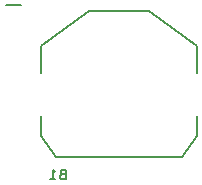
<source format=gbr>
G04 EAGLE Gerber RS-274X export*
G75*
%MOMM*%
%FSLAX34Y34*%
%LPD*%
%INSilkscreen Bottom*%
%IPPOS*%
%AMOC8*
5,1,8,0,0,1.08239X$1,22.5*%
G01*
%ADD10C,0.203200*%


D10*
X199390Y152400D02*
X186690Y134620D01*
X80010Y134620D01*
X67310Y152400D01*
X67310Y228600D02*
X107950Y257810D01*
X158750Y257810D01*
X199390Y228600D01*
X67310Y168910D02*
X67310Y152400D01*
X199390Y152400D02*
X199390Y168910D01*
X67310Y205740D02*
X67310Y228600D01*
X199390Y228600D02*
X199390Y205740D01*
X88484Y119872D02*
X86226Y119872D01*
X86133Y119870D01*
X86040Y119864D01*
X85947Y119855D01*
X85854Y119841D01*
X85763Y119824D01*
X85672Y119803D01*
X85582Y119778D01*
X85493Y119750D01*
X85405Y119718D01*
X85319Y119682D01*
X85234Y119643D01*
X85151Y119600D01*
X85070Y119554D01*
X84991Y119504D01*
X84914Y119452D01*
X84839Y119396D01*
X84767Y119337D01*
X84697Y119275D01*
X84629Y119211D01*
X84565Y119143D01*
X84503Y119073D01*
X84444Y119001D01*
X84388Y118926D01*
X84336Y118849D01*
X84286Y118770D01*
X84240Y118689D01*
X84197Y118606D01*
X84158Y118521D01*
X84122Y118435D01*
X84090Y118347D01*
X84062Y118258D01*
X84037Y118168D01*
X84016Y118077D01*
X83999Y117986D01*
X83985Y117893D01*
X83976Y117800D01*
X83970Y117707D01*
X83968Y117614D01*
X83970Y117521D01*
X83976Y117428D01*
X83985Y117335D01*
X83999Y117242D01*
X84016Y117151D01*
X84037Y117060D01*
X84062Y116970D01*
X84090Y116881D01*
X84122Y116793D01*
X84158Y116707D01*
X84197Y116622D01*
X84240Y116539D01*
X84286Y116458D01*
X84336Y116379D01*
X84388Y116302D01*
X84444Y116227D01*
X84503Y116155D01*
X84565Y116085D01*
X84629Y116017D01*
X84697Y115953D01*
X84767Y115891D01*
X84839Y115832D01*
X84914Y115776D01*
X84991Y115724D01*
X85070Y115674D01*
X85151Y115628D01*
X85234Y115585D01*
X85319Y115546D01*
X85405Y115510D01*
X85493Y115478D01*
X85582Y115450D01*
X85672Y115425D01*
X85763Y115404D01*
X85854Y115387D01*
X85947Y115373D01*
X86040Y115364D01*
X86133Y115358D01*
X86226Y115356D01*
X88484Y115356D01*
X88484Y123484D01*
X86226Y123484D01*
X86143Y123482D01*
X86059Y123476D01*
X85976Y123467D01*
X85894Y123453D01*
X85813Y123436D01*
X85732Y123415D01*
X85652Y123390D01*
X85574Y123362D01*
X85497Y123330D01*
X85421Y123295D01*
X85347Y123256D01*
X85275Y123213D01*
X85205Y123168D01*
X85138Y123119D01*
X85072Y123067D01*
X85009Y123013D01*
X84949Y122955D01*
X84891Y122895D01*
X84837Y122832D01*
X84785Y122766D01*
X84736Y122699D01*
X84691Y122629D01*
X84648Y122557D01*
X84609Y122483D01*
X84574Y122407D01*
X84542Y122330D01*
X84514Y122252D01*
X84489Y122172D01*
X84468Y122091D01*
X84451Y122010D01*
X84437Y121928D01*
X84428Y121845D01*
X84422Y121761D01*
X84420Y121678D01*
X84422Y121595D01*
X84428Y121511D01*
X84437Y121428D01*
X84451Y121346D01*
X84468Y121265D01*
X84489Y121184D01*
X84514Y121104D01*
X84542Y121026D01*
X84574Y120949D01*
X84609Y120873D01*
X84648Y120799D01*
X84691Y120727D01*
X84736Y120657D01*
X84785Y120590D01*
X84837Y120524D01*
X84891Y120461D01*
X84949Y120401D01*
X85009Y120343D01*
X85072Y120289D01*
X85138Y120237D01*
X85205Y120188D01*
X85275Y120143D01*
X85347Y120100D01*
X85421Y120061D01*
X85497Y120026D01*
X85574Y119994D01*
X85652Y119966D01*
X85732Y119941D01*
X85813Y119920D01*
X85894Y119903D01*
X85976Y119889D01*
X86059Y119880D01*
X86143Y119874D01*
X86226Y119872D01*
X79882Y121678D02*
X77624Y123484D01*
X77624Y115356D01*
X79882Y115356D02*
X75366Y115356D01*
X50800Y262890D02*
X38100Y262890D01*
M02*

</source>
